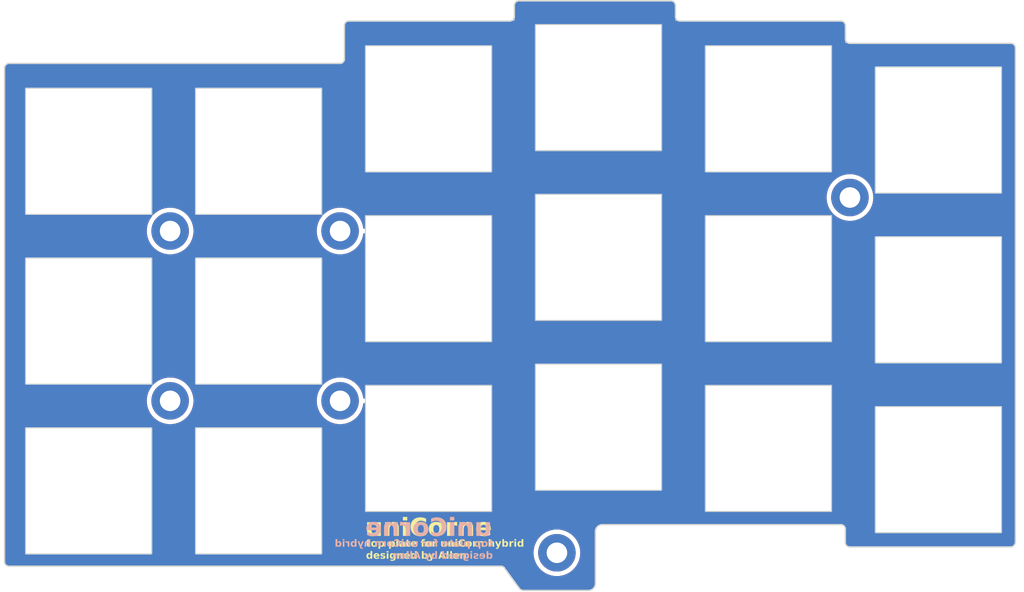
<source format=kicad_pcb>
(kicad_pcb (version 20221018) (generator pcbnew)
  (layers (0 "F.Cu" signal) (31 "B.Cu" signal) (34 "B.Paste" user) (35 "F.Paste" user) (36 "B.SilkS" user "B.Silkscreen") (37 "F.SilkS" user "F.Silkscreen") (38 "B.Mask" user) (39 "F.Mask" user) (44 "Edge.Cuts" user))
  (net 0 "")
  (net 1 "GND")
  (footprint "KBD_PARTS:M2_Hole_TH" (layer "F.Cu") (at 98.46 105.85)
    (fp_text reference "H6" hide)
    (fp_text value "MountingHole")
    (pad "" thru_hole circle (at 0 0) (size 4.2 4.2) (drill 2.3) (layers "*.Cu" "*.Mask"))
  )
  (footprint "KBD_PARTS:M2_Hole_TH" (layer "F.Cu") (at 122.7 122.85)
    (fp_text reference "H4" hide)
    (fp_text value "MountingHole")
    (pad "" thru_hole circle (at 0 0) (size 4.2 4.2) (drill 2.3) (layers "*.Cu" "*.Mask"))
  )
  (footprint "KBD_PARTS:M2_Hole_TH" (layer "F.Cu") (at 79.46 105.85)
    (fp_text reference "H6" hide)
    (fp_text value "MountingHole")
    (pad "" thru_hole circle (at 0 0) (size 4.2 4.2) (drill 2.3) (layers "*.Cu" "*.Mask"))
  )
  (footprint "KBD_PARTS:M2_Hole_TH" (layer "F.Cu") (at 79.46 86.85)
    (fp_text reference "H7" hide)
    (fp_text value "MountingHole")
    (pad "" thru_hole circle (at 0 0) (size 4.2 4.2) (drill 2.3) (layers "*.Cu" "*.Mask"))
  )
  (footprint "KBD_PARTS:M2_Hole_TH" (layer "F.Cu") (at 98.46 86.85)
    (fp_text reference "H7" hide)
    (fp_text value "MountingHole")
    (pad "" thru_hole circle (at 0 0) (size 4.2 4.2) (drill 2.3) (layers "*.Cu" "*.Mask"))
  )
  (footprint "KBD_PARTS:M2_Hole_TH" (layer "F.Cu") (at 155.46 83.1)
    (fp_text reference "H5" hide)
    (fp_text value "MountingHole")
    (pad "" thru_hole circle (at 0 0) (size 4.2 4.2) (drill 2.3) (layers "*.Cu" "*.Mask"))
  )
  (footprint "KBD_PARTS:SW_hole_14x14" (layer "B.Cu") (at 127.35 89.7996 180)
    (fp_text reference "SW8" hide)
    (fp_text value "SW_MX_HS" hide)
    (fp_rect (start -7.05 7.05) (end 7.05 -7.05) (stroke (width 0.12)) (fill none) (layer "Edge.Cuts"))
  )
  (footprint "KBD_PARTS:SW_hole_14x14" (layer "B.Cu") (at 89.35 77.9246 180)
    (fp_text reference "SW1" hide)
    (fp_text value "SW_MX_HS" hide)
    (fp_rect (start -7.05 7.05) (end 7.05 -7.05) (stroke (width 0.12)) (fill none) (layer "Edge.Cuts"))
  )
  (footprint "KBD_PARTS:SW_hole_14x14" (layer "B.Cu") (at 165.35 113.5496 180)
    (fp_text reference "SW15" hide)
    (fp_text value "SW_MX_HS" hide)
    (fp_rect (start -7.05 7.05) (end 7.05 -7.05) (stroke (width 0.12)) (fill none) (layer "Edge.Cuts"))
  )
  (footprint "KBD_PARTS:SW_hole_14x14" (layer "B.Cu") (at 89.35 115.9246 180)
    (fp_text reference "SW11" hide)
    (fp_text value "SW_MX_HS" hide)
    (fp_rect (start -7.05 7.05) (end 7.05 -7.05) (stroke (width 0.12)) (fill none) (layer "Edge.Cuts"))
  )
  (footprint "KBD_PARTS:SW_hole_14x14" (layer "B.Cu") (at 146.35 92.1746 180)
    (fp_text reference "SW9" hide)
    (fp_text value "SW_MX_HS" hide)
    (fp_rect (start -7.05 7.05) (end 7.05 -7.05) (stroke (width 0.12)) (fill none) (layer "Edge.Cuts"))
  )
  (footprint "KBD_PARTS:SW_hole_14x14" (layer "B.Cu") (at 89.35 96.9246 180)
    (fp_text reference "SW6" hide)
    (fp_text value "SW_MX_HS" hide)
    (fp_rect (start -7.05 7.05) (end 7.05 -7.05) (stroke (width 0.12)) (fill none) (layer "Edge.Cuts"))
  )
  (footprint "KBD_PARTS:SW_hole_14x14" (layer "B.Cu") (at 146.35 73.1746 180)
    (fp_text reference "SW4" hide)
    (fp_text value "SW_MX_HS" hide)
    (fp_rect (start -7.05 7.05) (end 7.05 -7.05) (stroke (width 0.12)) (fill none) (layer "Edge.Cuts"))
  )
  (footprint "KBD_PARTS:SW_hole_14x14" (layer "B.Cu") (at 146.35 111.1746 180)
    (fp_text reference "SW14" hide)
    (fp_text value "SW_MX_HS" hide)
    (fp_rect (start -7.05 7.05) (end 7.05 -7.05) (stroke (width 0.12)) (fill none) (layer "Edge.Cuts"))
  )
  (footprint "KBD_PARTS:SW_hole_14x14" (layer "B.Cu") (at 70.35 115.9246 180)
    (fp_text reference "SW11" hide)
    (fp_text value "SW_MX_HS" hide)
    (fp_rect (start -7.05 7.05) (end 7.05 -7.05) (stroke (width 0.12)) (fill none) (layer "Edge.Cuts"))
  )
  (footprint "KBD_PARTS:SW_hole_14x14" (layer "B.Cu") (at 70.35 96.9246 180)
    (fp_text reference "SW6" hide)
    (fp_text value "SW_MX_HS" hide)
    (fp_rect (start -7.05 7.05) (end 7.05 -7.05) (stroke (width 0.12)) (fill none) (layer "Edge.Cuts"))
  )
  (footprint "KBD_PARTS:SW_hole_14x14" (layer "B.Cu") (at 108.35 73.1746 180)
    (fp_text reference "SW2" hide)
    (fp_text value "SW_MX_HS" hide)
    (fp_rect (start -7.05 7.05) (end 7.05 -7.05) (stroke (width 0.12)) (fill none) (layer "Edge.Cuts"))
  )
  (footprint "KBD_PARTS:SW_hole_14x14" (layer "B.Cu") (at 165.35 75.5496 180)
    (fp_text reference "SW5" hide)
    (fp_text value "SW_MX_HS" hide)
    (fp_rect (start -7.05 7.05) (end 7.05 -7.05) (stroke (width 0.12)) (fill none) (layer "Edge.Cuts"))
  )
  (footprint "KBD_PARTS:SW_hole_14x14" (layer "B.Cu") (at 127.35 108.7996 180)
    (fp_text reference "SW13" hide)
    (fp_text value "SW_MX_HS" hide)
    (fp_rect (start -7.05 7.05) (end 7.05 -7.05) (stroke (width 0.12)) (fill none) (layer "Edge.Cuts"))
  )
  (footprint "KBD_PARTS:SW_hole_14x14" (layer "B.Cu") (at 70.35 77.9246 180)
    (fp_text reference "SW1" hide)
    (fp_text value "SW_MX_HS" hide)
    (fp_rect (start -7.05 7.05) (end 7.05 -7.05) (stroke (width 0.12)) (fill none) (layer "Edge.Cuts"))
  )
  (footprint "KBD_PARTS:SW_hole_14x14" (layer "B.Cu") (at 165.35 94.5496 180)
    (fp_text reference "SW10" hide)
    (fp_text value "SW_MX_HS" hide)
    (fp_rect (start -7.05 7.05) (end 7.05 -7.05) (stroke (width 0.12)) (fill none) (layer "Edge.Cuts"))
  )
  (footprint "KBD_PARTS:SW_hole_14x14" (layer "B.Cu") (at 127.35 70.7996 180)
    (fp_text reference "SW3" hide)
    (fp_text value "SW_MX_HS" hide)
    (fp_rect (start -7.05 7.05) (end 7.05 -7.05) (stroke (width 0.12)) (fill none) (layer "Edge.Cuts"))
  )
  (footprint "KBD_PARTS:SW_hole_14x14" (layer "B.Cu") (at 108.35 92.1746 180)
    (fp_text reference "SW7" hide)
    (fp_text value "SW_MX_HS" hide)
    (fp_rect (start -7.05 7.05) (end 7.05 -7.05) (stroke (width 0.12)) (fill none) (layer "Edge.Cuts"))
  )
  (footprint "KBD_PARTS:SW_hole_14x14" (layer "B.Cu") (at 108.35 111.1746 180)
    (fp_text reference "SW12" hide)
    (fp_text value "SW_MX_HS" hide)
    (fp_rect (start -7.05 7.05) (end 7.05 -7.05) (stroke (width 0.12)) (fill none) (layer "Edge.Cuts"))
  )
  (gr_line (start 173.45 65.85) (end 155.45 65.85) (stroke (width 0.15)) (layer "Edge.Cuts"))
  (gr_line (start 154.95 65.35) (end 154.95 63.85) (stroke (width 0.15)) (layer "Edge.Cuts"))
  (gr_line (start 154.45 119.7) (end 127.75 119.7) (stroke (width 0.15)) (layer "Edge.Cuts"))
  (gr_line (start 173.45 122.2) (end 155.45 122.2) (stroke (width 0.15)) (layer "Edge.Cuts"))
  (gr_line (start 116.8 124.5) (end 118.53 126.87) (stroke (width 0.15)) (layer "Edge.Cuts"))
  (gr_line (start 154.45 63.35) (end 136.45 63.35) (stroke (width 0.15)) (layer "Edge.Cuts"))
  (gr_arc (start 136.45 63.35) (mid 136.096447 63.203553) (end 135.95 62.85) (stroke (width 0.15)) (layer "Edge.Cuts"))
  (gr_arc (start 127 120.5) (mid 127.209315 119.944671) (end 127.75 119.7) (stroke (width 0.15)) (layer "Edge.Cuts"))
  (gr_arc (start 135.45 61.1) (mid 135.803553 61.246447) (end 135.95 61.6) (stroke (width 0.15)) (layer "Edge.Cuts"))
  (gr_line (start 135.95 62.85) (end 135.95 61.6) (stroke (width 0.15)) (layer "Edge.Cuts"))
  (gr_arc (start 98.95 67.6) (mid 98.803553 67.953553) (end 98.45 68.1) (stroke (width 0.15)) (layer "Edge.Cuts"))
  (gr_arc (start 119 127.06) (mid 118.744307 127.016188) (end 118.53 126.87) (stroke (width 0.15)) (layer "Edge.Cuts"))
  (gr_line (start 126.25 127.06) (end 119 127.06) (stroke (width 0.15)) (layer "Edge.Cuts"))
  (gr_arc (start 117.95 62.85) (mid 117.803553 63.203553) (end 117.45 63.35) (stroke (width 0.15)) (layer "Edge.Cuts"))
  (gr_line (start 117.45 63.35) (end 99.45 63.35) (stroke (width 0.15)) (layer "Edge.Cuts"))
  (gr_arc (start 127 126.26) (mid 126.790685 126.81533) (end 126.25 127.06) (stroke (width 0.15)) (layer "Edge.Cuts"))
  (gr_line (start 127 126.26) (end 127 120.5) (stroke (width 0.15)) (layer "Edge.Cuts"))
  (gr_arc (start 98.95 63.85) (mid 99.096447 63.496447) (end 99.45 63.35) (stroke (width 0.15)) (layer "Edge.Cuts"))
  (gr_arc (start 154.45 63.35) (mid 154.803553 63.496447) (end 154.95 63.85) (stroke (width 0.15)) (layer "Edge.Cuts"))
  (gr_line (start 135.45 61.1) (end 118.45 61.1) (stroke (width 0.15)) (layer "Edge.Cuts"))
  (gr_line (start 60.95 68.6) (end 60.95 123.85) (stroke (width 0.15)) (layer "Edge.Cuts"))
  (gr_line (start 116.45 124.35) (end 61.45 124.35) (stroke (width 0.15)) (layer "Edge.Cuts"))
  (gr_arc (start 117.95 61.6) (mid 118.096447 61.246447) (end 118.45 61.1) (stroke (width 0.15)) (layer "Edge.Cuts"))
  (gr_arc (start 155.45 122.2) (mid 155.096447 122.053553) (end 154.95 121.7) (stroke (width 0.15)) (layer "Edge.Cuts"))
  (gr_line (start 173.95 66.35) (end 173.95 121.6) (stroke (width 0.15)) (layer "Edge.Cuts"))
  (gr_arc (start 154.45 119.7) (mid 154.803553 119.846447) (end 154.95 120.2) (stroke (width 0.15)) (layer "Edge.Cuts"))
  (gr_arc (start 61.45 124.35) (mid 61.096447 124.203553) (end 60.95 123.85) (stroke (width 0.15)) (layer "Edge.Cuts"))
  (gr_line (start 98.45 68.1) (end 61.45 68.1) (stroke (width 0.15)) (layer "Edge.Cuts"))
  (gr_arc (start 60.95 68.6) (mid 61.096447 68.246447) (end 61.45 68.1) (stroke (width 0.15)) (layer "Edge.Cuts"))
  (gr_line (start 98.95 63.85) (end 98.95 67.6) (stroke (width 0.15)) (layer "Edge.Cuts"))
  (gr_line (start 154.95 121.7) (end 154.95 120.2) (stroke (width 0.15)) (layer "Edge.Cuts"))
  (gr_line (start 117.95 61.6) (end 117.95 62.85) (stroke (width 0.15)) (layer "Edge.Cuts"))
  (gr_arc (start 173.95 121.6) (mid 173.824262 122.003552) (end 173.45 122.2) (stroke (width 0.15)) (layer "Edge.Cuts"))
  (gr_arc (start 116.45 124.35) (mid 116.641342 124.38806) (end 116.803553 124.496447) (stroke (width 0.15)) (layer "Edge.Cuts"))
  (gr_arc (start 173.45 65.85) (mid 173.803553 65.996447) (end 173.95 66.35) (stroke (width 0.15)) (layer "Edge.Cuts"))
  (gr_arc (start 155.45 65.85) (mid 155.096447 65.703553) (end 154.95 65.35) (stroke (width 0.15)) (layer "Edge.Cuts"))
  (gr_text "uniCorne" (at 115.45 121.3) (layer "B.SilkS") (effects (font (size 2 2) (thickness 0.3) bold) (justify left bottom mirror)))
  (gr_text "top plate for uniCorn hybrid\ndesigned by Allen" (at 115.541834 123.65) (layer "B.SilkS") (effects (font (size 0.8 0.8) (thickness 0.2) bold) (justify left bottom mirror)))
  (gr_text "top plate for uniCorn hybrid\ndesigned by Allen" (at 101.35 123.65) (layer "F.SilkS") (effects (font (size 0.8 0.8) (thickness 0.2) bold) (justify left bottom)))
  (gr_text "uniCorne" (at 101.258166 121.3) (layer "F.SilkS") (effects (font (size 2 2) (thickness 0.3) bold) (justify left bottom)))
  (zone (net 1) (net_name "GND") (layers "F&B.Cu") (connect_pads yes (clearance 0.508)) (min_thickness 0.254) (fill yes (thermal_gap 0.508) (thermal_bridge_width 0.508))
    (polygon (pts (xy 174.09 122.31) (xy 173.95 68) (xy 173.95 65.8) (xy 154.95 65.8) (xy 154.95 63.3) (xy 135.95 63.3) (xy 135.95 61) (xy 117.95 61) (xy 117.95 63.3) (xy 98.75 63.3) (xy 98.85 68) (xy 60.5 67.93) (xy 60.44 124.89) (xy 116.55 124.3) (xy 118.84 127.24) (xy 127.97 127.18) (xy 128.02 119.86) (xy 154.76 119.84) (xy 154.72 122.21)))
  )
)
</source>
